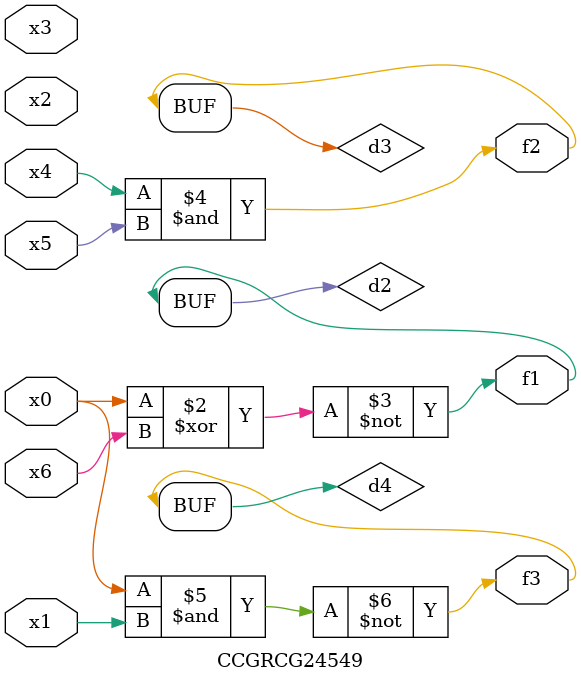
<source format=v>
module CCGRCG24549(
	input x0, x1, x2, x3, x4, x5, x6,
	output f1, f2, f3
);

	wire d1, d2, d3, d4;

	nor (d1, x0);
	xnor (d2, x0, x6);
	and (d3, x4, x5);
	nand (d4, x0, x1);
	assign f1 = d2;
	assign f2 = d3;
	assign f3 = d4;
endmodule

</source>
